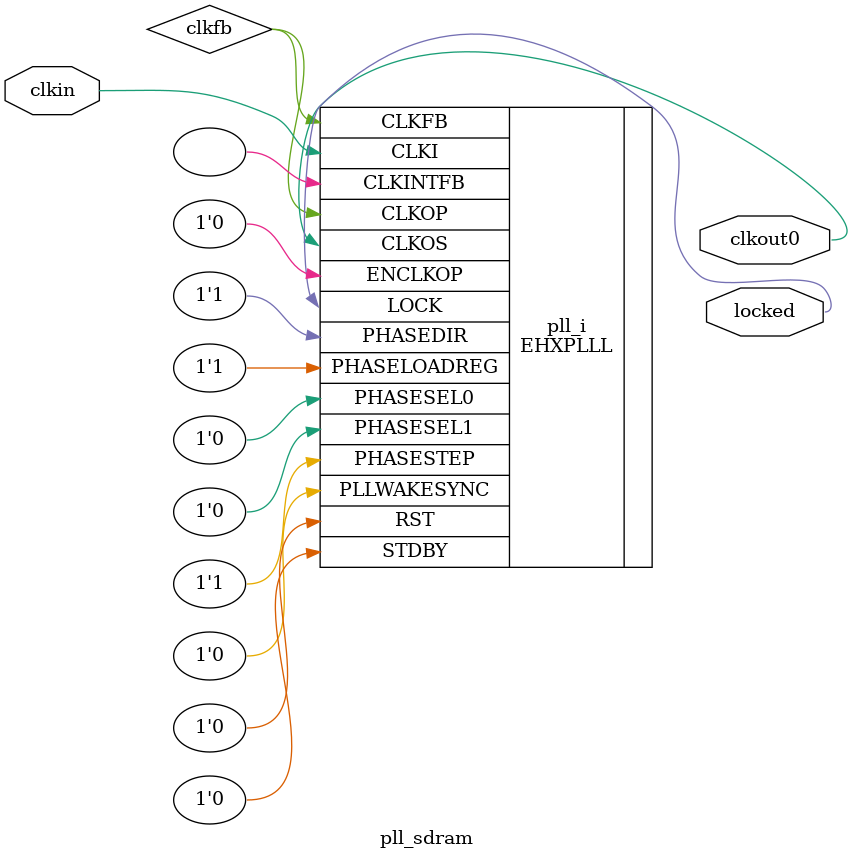
<source format=v>
module pll_sdram
(
    input clkin, // 25 MHz, 0 deg
    output clkout0, // 96 MHz, 0 deg
    output locked
);
wire clkfb;
(* FREQUENCY_PIN_CLKI="25" *)
(* FREQUENCY_PIN_CLKOS="96" *)
(* ICP_CURRENT="12" *) (* LPF_RESISTOR="8" *) (* MFG_ENABLE_FILTEROPAMP="1" *) (* MFG_GMCREF_SEL="2" *)
EHXPLLL #(
        .PLLRST_ENA("DISABLED"),
        .INTFB_WAKE("DISABLED"),
        .STDBY_ENABLE("DISABLED"),
        .DPHASE_SOURCE("DISABLED"),
        .OUTDIVIDER_MUXA("DIVA"),
        .OUTDIVIDER_MUXB("DIVB"),
        .OUTDIVIDER_MUXC("DIVC"),
        .OUTDIVIDER_MUXD("DIVD"),
        .CLKI_DIV(5),
        .CLKOP_ENABLE("ENABLED"),
        .CLKOP_DIV(48),
        .CLKOP_CPHASE(9),
        .CLKOP_FPHASE(0),
        .CLKOS_ENABLE("ENABLED"),
        .CLKOS_DIV(5),
        .CLKOS_CPHASE(0),
        .CLKOS_FPHASE(0),
        .FEEDBK_PATH("CLKOP"),
        .CLKFB_DIV(2)
    ) pll_i (
        .RST(1'b0),
        .STDBY(1'b0),
        .CLKI(clkin),
        .CLKOP(clkfb),
        .CLKOS(clkout0),
        .CLKFB(clkfb),
        .CLKINTFB(),
        .PHASESEL0(1'b0),
        .PHASESEL1(1'b0),
        .PHASEDIR(1'b1),
        .PHASESTEP(1'b1),
        .PHASELOADREG(1'b1),
        .PLLWAKESYNC(1'b0),
        .ENCLKOP(1'b0),
        .LOCK(locked)
	);
endmodule

</source>
